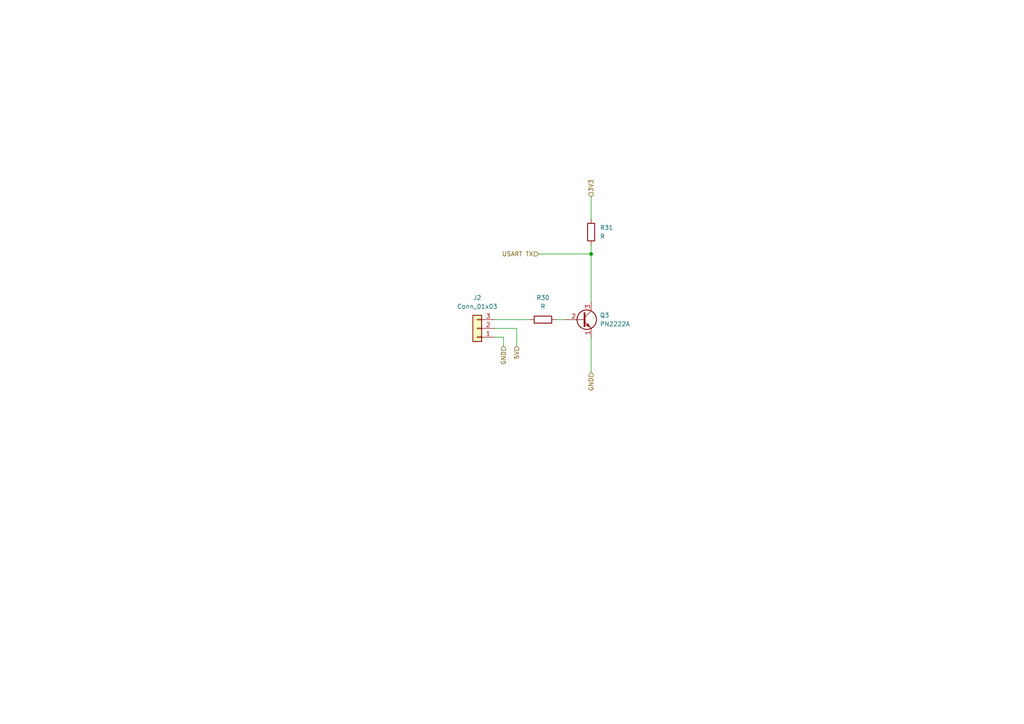
<source format=kicad_sch>
(kicad_sch (version 20230121) (generator eeschema)
  (paper "A4")
  (lib_symbols
    (symbol "Connector_Generic:Conn_01x03" (pin_names (offset 1.016) hide)
      (property "Reference" "J" (at 0 5.08 0))
      (property "Value" "Conn_01x03" (at 0 -5.08 0))
      (symbol "Conn_01x03_1_1"
        (rectangle (start -1.27 -2.413) (end 0 -2.667) (stroke (width 0.1524)))
        (rectangle (start -1.27 0.127) (end 0 -0.127) (stroke (width 0.1524)))
        (rectangle (start -1.27 2.667) (end 0 2.413) (stroke (width 0.1524)))
        (rectangle (start -1.27 3.81) (end 1.27 -3.81) (stroke (width 0.254)) (fill (type background)))
        (pin passive line (at -5.08 2.54 0) (length 3.81) (name "Pin_1") (number "1"))
        (pin passive line (at -5.08 0 0) (length 3.81) (name "Pin_2") (number "2"))
        (pin passive line (at -5.08 -2.54 0) (length 3.81) (name "Pin_3") (number "3"))
      )
    )
    (symbol "Device:R" (pin_numbers hide) (pin_names (offset 0))
      (property "Reference" "R" (at 2.032 0 90))
      (property "Value" "R" (at 0 0 90))
      (symbol "R_0_1"
        (rectangle (start -1.016 -2.54) (end 1.016 2.54) (stroke (width 0.254)))
      )
      (symbol "R_1_1"
        (pin passive line (at 0 3.81 270) (length 1.27) (name "~") (number "1"))
        (pin passive line (at 0 -3.81 90) (length 1.27) (name "~") (number "2"))
      )
    )
    (symbol "Transistor_BJT:PN2222A" (pin_names (offset 0) hide)
      (property "Reference" "Q" (at 5.08 1.905 0))
      (property "Value" "PN2222A" (at 5.08 0 0))
      (symbol "PN2222A_0_1"
        (polyline (pts (xy 0 0) (xy 0.635 0)))
        (polyline (pts (xy 2.54 -2.54) (xy 0.635 -0.635)))
        (polyline (pts (xy 2.54 2.54) (xy 0.635 0.635)))
        (polyline (pts (xy 0.635 1.905) (xy 0.635 -1.905) (xy 0.635 -1.905)) (stroke (width 0.508)))
        (polyline (pts (xy 2.413 -2.413) (xy 1.905 -1.905) (xy 1.905 -1.905)))
        (polyline (pts (xy 1.143 -1.651) (xy 1.651 -1.143) (xy 2.159 -2.159) (xy 1.143 -1.651) (xy 1.143 -1.651)) (fill (type outline)))
        (circle (center 1.27 0) (radius 2.8194) (stroke (width 0.254)))
      )
      (symbol "PN2222A_1_1"
        (pin passive line (at 2.54 -5.08 90) (length 2.54) (name "E") (number "1"))
        (pin input line (at -5.08 0 0) (length 5.08) (name "B") (number "2"))
        (pin passive line (at 2.54 5.08 270) (length 2.54) (name "C") (number "3"))
      )
    )
  )
  (junction (at 171.45 73.66))
  (wire (pts (xy 156.21 73.66) (xy 171.45 73.66)))
  (wire (pts (xy 171.45 71.12) (xy 171.45 73.66)))
  (wire (pts (xy 171.45 57.15) (xy 171.45 63.5)))
  (wire (pts (xy 143.51 95.25) (xy 149.86 95.25)))
  (wire (pts (xy 146.05 97.79) (xy 146.05 100.33)))
  (wire (pts (xy 143.51 92.71) (xy 153.67 92.71)))
  (wire (pts (xy 149.86 95.25) (xy 149.86 100.33)))
  (wire (pts (xy 171.45 97.79) (xy 171.45 107.95)))
  (wire (pts (xy 143.51 97.79) (xy 146.05 97.79)))
  (wire (pts (xy 161.29 92.71) (xy 163.83 92.71)))
  (wire (pts (xy 171.45 73.66) (xy 171.45 87.63)))
  (hierarchical_label "5V" (shape input) (at 149.86 100.33 270))
  (hierarchical_label "GND" (shape input) (at 171.45 107.95 270))
  (hierarchical_label "USART TX" (shape input) (at 156.21 73.66 180))
  (hierarchical_label "3V3" (shape input) (at 171.45 57.15 90))
  (hierarchical_label "GND" (shape input) (at 146.05 100.33 270))
  (symbol (lib_id "Device:R") (at 171.45 67.31 0) (unit 1)
    (property "Reference" "R31" (at 173.99 66.04 0) (effects (justify left)))
    (property "Value" "R" (at 173.99 68.58 0) (effects (justify left)))
    (property "Footprint" "Resistor_THT:R_Axial_DIN0207_L6.3mm_D2.5mm_P10.16mm_Horizontal" (effects hide))
    (instances (project "ROSE-PILK_v1" (path "" (reference "R31") (unit 1))) (project "CAN Bus" (path "" (reference "R2") (unit 1))))
  )
  (symbol (lib_id "Device:R") (at 157.48 92.71 90) (unit 1)
    (property "Reference" "R30" (at 157.48 86.36 90))
    (property "Value" "R" (at 157.48 88.9 90))
    (property "Footprint" "Resistor_THT:R_Axial_DIN0207_L6.3mm_D2.5mm_P10.16mm_Horizontal" (effects hide))
    (instances (project "ROSE-PILK_v1" (path "" (reference "R30") (unit 1))) (project "CAN Bus" (path "" (reference "R1") (unit 1))))
  )
  (symbol (lib_id "Transistor_BJT:PN2222A") (at 168.91 92.71 0) (unit 1)
    (property "Reference" "Q3" (at 173.99 91.44 0) (effects (justify left)))
    (property "Value" "PN2222A" (at 173.99 93.98 0) (effects (justify left)))
    (property "Footprint" "Package_TO_SOT_THT:TO-92_Inline" (effects hide))
    (property "Datasheet" "https://www.onsemi.com/pub/Collateral/PN2222-D.PDF" (effects hide))
  )
  (symbol (lib_id "Connector_Generic:Conn_01x03") (at 138.43 95.25 180) (unit 1)
    (property "Reference" "J2" (at 138.43 86.36 0))
    (property "Value" "Conn_01x03" (at 138.43 88.9 0))
    (property "Footprint" "Connector_PinHeader_2.00mm:PinHeader_1x03_P2.00mm_Vertical" (effects hide))
    (instances (project "ROSE-PILK_v1" (path "" (reference "J2") (unit 1))) (project "CAN Bus" (path "" (reference "J1") (unit 1))))
  )
)
</source>
